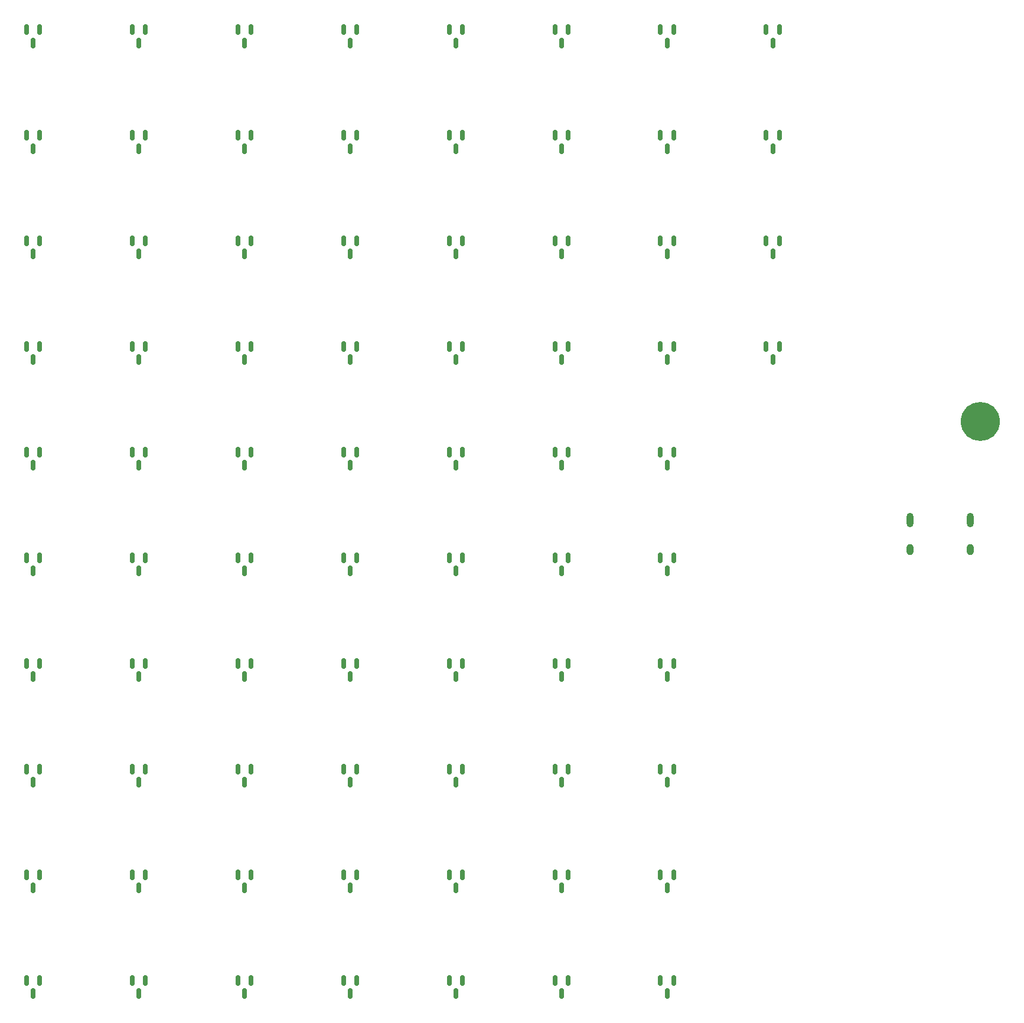
<source format=gbr>
%TF.GenerationSoftware,KiCad,Pcbnew,8.0.7*%
%TF.CreationDate,2024-12-29T17:24:51-05:00*%
%TF.ProjectId,HE75,48453735-2e6b-4696-9361-645f70636258,2.0.0*%
%TF.SameCoordinates,Original*%
%TF.FileFunction,Copper,L4,Bot*%
%TF.FilePolarity,Positive*%
%FSLAX46Y46*%
G04 Gerber Fmt 4.6, Leading zero omitted, Abs format (unit mm)*
G04 Created by KiCad (PCBNEW 8.0.7) date 2024-12-29 17:24:51*
%MOMM*%
%LPD*%
G01*
G04 APERTURE LIST*
G04 Aperture macros list*
%AMRoundRect*
0 Rectangle with rounded corners*
0 $1 Rounding radius*
0 $2 $3 $4 $5 $6 $7 $8 $9 X,Y pos of 4 corners*
0 Add a 4 corners polygon primitive as box body*
4,1,4,$2,$3,$4,$5,$6,$7,$8,$9,$2,$3,0*
0 Add four circle primitives for the rounded corners*
1,1,$1+$1,$2,$3*
1,1,$1+$1,$4,$5*
1,1,$1+$1,$6,$7*
1,1,$1+$1,$8,$9*
0 Add four rect primitives between the rounded corners*
20,1,$1+$1,$2,$3,$4,$5,0*
20,1,$1+$1,$4,$5,$6,$7,0*
20,1,$1+$1,$6,$7,$8,$9,0*
20,1,$1+$1,$8,$9,$2,$3,0*%
G04 Aperture macros list end*
%TA.AperFunction,SMDPad,CuDef*%
%ADD10RoundRect,0.150000X0.150000X-0.587500X0.150000X0.587500X-0.150000X0.587500X-0.150000X-0.587500X0*%
%TD*%
%TA.AperFunction,ComponentPad*%
%ADD11O,1.000000X2.100000*%
%TD*%
%TA.AperFunction,ComponentPad*%
%ADD12O,1.000000X1.600000*%
%TD*%
%TA.AperFunction,ComponentPad*%
%ADD13C,3.600000*%
%TD*%
%TA.AperFunction,ConnectorPad*%
%ADD14C,5.600000*%
%TD*%
G04 APERTURE END LIST*
D10*
%TO.P,U82,1,VCC*%
%TO.N,+3.3VA*%
X130342446Y113264971D03*
%TO.P,U82,2,OUTPUT*%
%TO.N,/AM2:12*%
X131292446Y111364971D03*
%TO.P,U82,3,GND*%
%TO.N,GND*%
X132242446Y113264971D03*
%TD*%
%TO.P,U81,1,VCC*%
%TO.N,+3.3VA*%
X130342446Y128414971D03*
%TO.P,U81,2,OUTPUT*%
%TO.N,/AM2:13*%
X131292446Y126514971D03*
%TO.P,U81,3,GND*%
%TO.N,GND*%
X132242446Y128414971D03*
%TD*%
%TO.P,U80,1,VCC*%
%TO.N,+3.3VA*%
X130342446Y143564971D03*
%TO.P,U80,2,OUTPUT*%
%TO.N,/AM1:14*%
X131292446Y141664971D03*
%TO.P,U80,3,GND*%
%TO.N,GND*%
X132242446Y143564971D03*
%TD*%
%TO.P,U79,1,VCC*%
%TO.N,+3.3VA*%
X130342446Y158714971D03*
%TO.P,U79,2,OUTPUT*%
%TO.N,/AM4:15*%
X131292446Y156814971D03*
%TO.P,U79,3,GND*%
%TO.N,GND*%
X132242446Y158714971D03*
%TD*%
%TO.P,U78,1,VCC*%
%TO.N,+3.3VA*%
X115192446Y22364971D03*
%TO.P,U78,2,OUTPUT*%
%TO.N,/AM4:14*%
X116142446Y20464971D03*
%TO.P,U78,3,GND*%
%TO.N,GND*%
X117092446Y22364971D03*
%TD*%
%TO.P,U77,1,VCC*%
%TO.N,+3.3VA*%
X115192446Y37514971D03*
%TO.P,U77,2,OUTPUT*%
%TO.N,/AM4:13*%
X116142446Y35614971D03*
%TO.P,U77,3,GND*%
%TO.N,GND*%
X117092446Y37514971D03*
%TD*%
%TO.P,U76,1,VCC*%
%TO.N,+3.3VA*%
X115192446Y52664971D03*
%TO.P,U76,2,OUTPUT*%
%TO.N,/AM4:12*%
X116142446Y50764971D03*
%TO.P,U76,3,GND*%
%TO.N,GND*%
X117092446Y52664971D03*
%TD*%
%TO.P,U75,1,VCC*%
%TO.N,+3.3VA*%
X115192446Y67814971D03*
%TO.P,U75,2,OUTPUT*%
%TO.N,/AM3:14*%
X116142446Y65914971D03*
%TO.P,U75,3,GND*%
%TO.N,GND*%
X117092446Y67814971D03*
%TD*%
%TO.P,U74,1,VCC*%
%TO.N,+3.3VA*%
X115192446Y82964971D03*
%TO.P,U74,2,OUTPUT*%
%TO.N,/AM3:13*%
X116142446Y81064971D03*
%TO.P,U74,3,GND*%
%TO.N,GND*%
X117092446Y82964971D03*
%TD*%
%TO.P,U73,1,VCC*%
%TO.N,+3.3VA*%
X115192446Y98114971D03*
%TO.P,U73,2,OUTPUT*%
%TO.N,/AM3:12*%
X116142446Y96214971D03*
%TO.P,U73,3,GND*%
%TO.N,GND*%
X117092446Y98114971D03*
%TD*%
%TO.P,U72,1,VCC*%
%TO.N,+3.3VA*%
X115192446Y113264971D03*
%TO.P,U72,2,OUTPUT*%
%TO.N,/AM2:14*%
X116142446Y111364971D03*
%TO.P,U72,3,GND*%
%TO.N,GND*%
X117092446Y113264971D03*
%TD*%
%TO.P,U71,1,VCC*%
%TO.N,+3.3VA*%
X115192446Y128414971D03*
%TO.P,U71,2,OUTPUT*%
%TO.N,/AM2:13*%
X116142446Y126514971D03*
%TO.P,U71,3,GND*%
%TO.N,GND*%
X117092446Y128414971D03*
%TD*%
%TO.P,U70,1,VCC*%
%TO.N,+3.3VA*%
X115192446Y143564971D03*
%TO.P,U70,2,OUTPUT*%
%TO.N,/AM2:12*%
X116142446Y141664971D03*
%TO.P,U70,3,GND*%
%TO.N,GND*%
X117092446Y143564971D03*
%TD*%
%TO.P,U69,1,VCC*%
%TO.N,+3.3VA*%
X115192446Y158714971D03*
%TO.P,U69,2,OUTPUT*%
%TO.N,/AM1:14*%
X116142446Y156814971D03*
%TO.P,U69,3,GND*%
%TO.N,GND*%
X117092446Y158714971D03*
%TD*%
%TO.P,U68,1,VCC*%
%TO.N,+3.3VA*%
X100042446Y22364971D03*
%TO.P,U68,2,OUTPUT*%
%TO.N,/AM1:13*%
X100992446Y20464971D03*
%TO.P,U68,3,GND*%
%TO.N,GND*%
X101942446Y22364971D03*
%TD*%
%TO.P,U67,1,VCC*%
%TO.N,+3.3VA*%
X100042446Y37514971D03*
%TO.P,U67,2,OUTPUT*%
%TO.N,/AM1:12*%
X100992446Y35614971D03*
%TO.P,U67,3,GND*%
%TO.N,GND*%
X101942446Y37514971D03*
%TD*%
%TO.P,U66,1,VCC*%
%TO.N,+3.3VA*%
X100042446Y52664971D03*
%TO.P,U66,2,OUTPUT*%
%TO.N,/AM0:14*%
X100992446Y50764971D03*
%TO.P,U66,3,GND*%
%TO.N,GND*%
X101942446Y52664971D03*
%TD*%
%TO.P,U65,1,VCC*%
%TO.N,+3.3VA*%
X100042446Y67814971D03*
%TO.P,U65,2,OUTPUT*%
%TO.N,/AM0:12*%
X100992446Y65914971D03*
%TO.P,U65,3,GND*%
%TO.N,GND*%
X101942446Y67814971D03*
%TD*%
%TO.P,U64,1,VCC*%
%TO.N,+3.3VA*%
X100042446Y82964971D03*
%TO.P,U64,2,OUTPUT*%
%TO.N,/AM4:11*%
X100992446Y81064971D03*
%TO.P,U64,3,GND*%
%TO.N,GND*%
X101942446Y82964971D03*
%TD*%
%TO.P,U63,1,VCC*%
%TO.N,+3.3VA*%
X100042446Y98114971D03*
%TO.P,U63,2,OUTPUT*%
%TO.N,/AM4:10*%
X100992446Y96214971D03*
%TO.P,U63,3,GND*%
%TO.N,GND*%
X101942446Y98114971D03*
%TD*%
%TO.P,U62,1,VCC*%
%TO.N,+3.3VA*%
X100042446Y113264971D03*
%TO.P,U62,2,OUTPUT*%
%TO.N,/AM4:09*%
X100992446Y111364971D03*
%TO.P,U62,3,GND*%
%TO.N,GND*%
X101942446Y113264971D03*
%TD*%
%TO.P,U61,1,VCC*%
%TO.N,+3.3VA*%
X100042446Y128414971D03*
%TO.P,U61,2,OUTPUT*%
%TO.N,/AM3:11*%
X100992446Y126514971D03*
%TO.P,U61,3,GND*%
%TO.N,GND*%
X101942446Y128414971D03*
%TD*%
%TO.P,U60,1,VCC*%
%TO.N,+3.3VA*%
X100042446Y143564971D03*
%TO.P,U60,2,OUTPUT*%
%TO.N,/AM3:10*%
X100992446Y141664971D03*
%TO.P,U60,3,GND*%
%TO.N,GND*%
X101942446Y143564971D03*
%TD*%
%TO.P,U59,1,VCC*%
%TO.N,+3.3VA*%
X100042446Y158714971D03*
%TO.P,U59,2,OUTPUT*%
%TO.N,/AM3:09*%
X100992446Y156814971D03*
%TO.P,U59,3,GND*%
%TO.N,GND*%
X101942446Y158714971D03*
%TD*%
%TO.P,U58,1,VCC*%
%TO.N,+3.3VA*%
X84892446Y22364971D03*
%TO.P,U58,2,OUTPUT*%
%TO.N,/AM2:11*%
X85842446Y20464971D03*
%TO.P,U58,3,GND*%
%TO.N,GND*%
X86792446Y22364971D03*
%TD*%
%TO.P,U57,1,VCC*%
%TO.N,+3.3VA*%
X84892446Y37514971D03*
%TO.P,U57,2,OUTPUT*%
%TO.N,/AM2:10*%
X85842446Y35614971D03*
%TO.P,U57,3,GND*%
%TO.N,GND*%
X86792446Y37514971D03*
%TD*%
%TO.P,U56,1,VCC*%
%TO.N,+3.3VA*%
X84892446Y52664971D03*
%TO.P,U56,2,OUTPUT*%
%TO.N,/AM2:09*%
X85842446Y50764971D03*
%TO.P,U56,3,GND*%
%TO.N,GND*%
X86792446Y52664971D03*
%TD*%
%TO.P,U55,1,VCC*%
%TO.N,+3.3VA*%
X84892446Y67814971D03*
%TO.P,U55,2,OUTPUT*%
%TO.N,/AM1:11*%
X85842446Y65914971D03*
%TO.P,U55,3,GND*%
%TO.N,GND*%
X86792446Y67814971D03*
%TD*%
%TO.P,U54,1,VCC*%
%TO.N,+3.3VA*%
X84892446Y82964971D03*
%TO.P,U54,2,OUTPUT*%
%TO.N,/AM1:10*%
X85842446Y81064971D03*
%TO.P,U54,3,GND*%
%TO.N,GND*%
X86792446Y82964971D03*
%TD*%
%TO.P,U53,1,VCC*%
%TO.N,+3.3VA*%
X84892446Y98114971D03*
%TO.P,U53,2,OUTPUT*%
%TO.N,/AM1:09*%
X85842446Y96214971D03*
%TO.P,U53,3,GND*%
%TO.N,GND*%
X86792446Y98114971D03*
%TD*%
%TO.P,U52,1,VCC*%
%TO.N,+3.3VA*%
X84892446Y113264971D03*
%TO.P,U52,2,OUTPUT*%
%TO.N,/AM0:11*%
X85842446Y111364971D03*
%TO.P,U52,3,GND*%
%TO.N,GND*%
X86792446Y113264971D03*
%TD*%
%TO.P,U51,1,VCC*%
%TO.N,+3.3VA*%
X84892446Y128414971D03*
%TO.P,U51,2,OUTPUT*%
%TO.N,/AM0:09*%
X85842446Y126514971D03*
%TO.P,U51,3,GND*%
%TO.N,GND*%
X86792446Y128414971D03*
%TD*%
%TO.P,U50,1,VCC*%
%TO.N,+3.3VA*%
X84892446Y143564971D03*
%TO.P,U50,2,OUTPUT*%
%TO.N,/AM4:08*%
X85842446Y141664971D03*
%TO.P,U50,3,GND*%
%TO.N,GND*%
X86792446Y143564971D03*
%TD*%
%TO.P,U49,1,VCC*%
%TO.N,+3.3VA*%
X84892446Y158714971D03*
%TO.P,U49,2,OUTPUT*%
%TO.N,/AM4:07*%
X85842446Y156814971D03*
%TO.P,U49,3,GND*%
%TO.N,GND*%
X86792446Y158714971D03*
%TD*%
%TO.P,U48,1,VCC*%
%TO.N,+3.3VA*%
X69742446Y22364971D03*
%TO.P,U48,2,OUTPUT*%
%TO.N,/AM4:06*%
X70692446Y20464971D03*
%TO.P,U48,3,GND*%
%TO.N,GND*%
X71642446Y22364971D03*
%TD*%
%TO.P,U47,1,VCC*%
%TO.N,+3.3VA*%
X69742446Y37514971D03*
%TO.P,U47,2,OUTPUT*%
%TO.N,/AM3:08*%
X70692446Y35614971D03*
%TO.P,U47,3,GND*%
%TO.N,GND*%
X71642446Y37514971D03*
%TD*%
%TO.P,U46,1,VCC*%
%TO.N,+3.3VA*%
X69742446Y52664971D03*
%TO.P,U46,2,OUTPUT*%
%TO.N,/AM3:07*%
X70692446Y50764971D03*
%TO.P,U46,3,GND*%
%TO.N,GND*%
X71642446Y52664971D03*
%TD*%
%TO.P,U45,1,VCC*%
%TO.N,+3.3VA*%
X69742446Y67814971D03*
%TO.P,U45,2,OUTPUT*%
%TO.N,/AM3:06*%
X70692446Y65914971D03*
%TO.P,U45,3,GND*%
%TO.N,GND*%
X71642446Y67814971D03*
%TD*%
%TO.P,U44,1,VCC*%
%TO.N,+3.3VA*%
X69742446Y82964971D03*
%TO.P,U44,2,OUTPUT*%
%TO.N,/AM2:08*%
X70692446Y81064971D03*
%TO.P,U44,3,GND*%
%TO.N,GND*%
X71642446Y82964971D03*
%TD*%
%TO.P,U43,1,VCC*%
%TO.N,+3.3VA*%
X69742446Y98114971D03*
%TO.P,U43,2,OUTPUT*%
%TO.N,/AM2:07*%
X70692446Y96214971D03*
%TO.P,U43,3,GND*%
%TO.N,GND*%
X71642446Y98114971D03*
%TD*%
%TO.P,U42,1,VCC*%
%TO.N,+3.3VA*%
X69742446Y113264971D03*
%TO.P,U42,2,OUTPUT*%
%TO.N,/AM2:06*%
X70692446Y111364971D03*
%TO.P,U42,3,GND*%
%TO.N,GND*%
X71642446Y113264971D03*
%TD*%
%TO.P,U41,1,VCC*%
%TO.N,+3.3VA*%
X69742446Y128414971D03*
%TO.P,U41,2,OUTPUT*%
%TO.N,/AM1:08*%
X70692446Y126514971D03*
%TO.P,U41,3,GND*%
%TO.N,GND*%
X71642446Y128414971D03*
%TD*%
%TO.P,U40,1,VCC*%
%TO.N,+3.3VA*%
X69742446Y143564971D03*
%TO.P,U40,2,OUTPUT*%
%TO.N,/AM1:07*%
X70692446Y141664971D03*
%TO.P,U40,3,GND*%
%TO.N,GND*%
X71642446Y143564971D03*
%TD*%
%TO.P,U39,1,VCC*%
%TO.N,+3.3VA*%
X69742446Y158714971D03*
%TO.P,U39,2,OUTPUT*%
%TO.N,/AM1:06*%
X70692446Y156814971D03*
%TO.P,U39,3,GND*%
%TO.N,GND*%
X71642446Y158714971D03*
%TD*%
%TO.P,U38,1,VCC*%
%TO.N,+3.3VA*%
X54592446Y22364971D03*
%TO.P,U38,2,OUTPUT*%
%TO.N,/AM0:08*%
X55542446Y20464971D03*
%TO.P,U38,3,GND*%
%TO.N,GND*%
X56492446Y22364971D03*
%TD*%
%TO.P,U37,1,VCC*%
%TO.N,+3.3VA*%
X54592446Y37514971D03*
%TO.P,U37,2,OUTPUT*%
%TO.N,/AM0:06*%
X55542446Y35614971D03*
%TO.P,U37,3,GND*%
%TO.N,GND*%
X56492446Y37514971D03*
%TD*%
%TO.P,U36,1,VCC*%
%TO.N,+3.3VA*%
X54592446Y52664971D03*
%TO.P,U36,2,OUTPUT*%
%TO.N,/AM4:05*%
X55542446Y50764971D03*
%TO.P,U36,3,GND*%
%TO.N,GND*%
X56492446Y52664971D03*
%TD*%
%TO.P,U35,1,VCC*%
%TO.N,+3.3VA*%
X54592446Y67814971D03*
%TO.P,U35,2,OUTPUT*%
%TO.N,/AM4:04*%
X55542446Y65914971D03*
%TO.P,U35,3,GND*%
%TO.N,GND*%
X56492446Y67814971D03*
%TD*%
%TO.P,U34,1,VCC*%
%TO.N,+3.3VA*%
X54592446Y82964971D03*
%TO.P,U34,2,OUTPUT*%
%TO.N,/AM4:03*%
X55542446Y81064971D03*
%TO.P,U34,3,GND*%
%TO.N,GND*%
X56492446Y82964971D03*
%TD*%
%TO.P,U33,1,VCC*%
%TO.N,+3.3VA*%
X54592446Y98114971D03*
%TO.P,U33,2,OUTPUT*%
%TO.N,/AM3:05*%
X55542446Y96214971D03*
%TO.P,U33,3,GND*%
%TO.N,GND*%
X56492446Y98114971D03*
%TD*%
%TO.P,U32,1,VCC*%
%TO.N,+3.3VA*%
X54592446Y113264971D03*
%TO.P,U32,2,OUTPUT*%
%TO.N,/AM3:04*%
X55542446Y111364971D03*
%TO.P,U32,3,GND*%
%TO.N,GND*%
X56492446Y113264971D03*
%TD*%
%TO.P,U31,1,VCC*%
%TO.N,+3.3VA*%
X54592446Y128414971D03*
%TO.P,U31,2,OUTPUT*%
%TO.N,/AM3:03*%
X55542446Y126514971D03*
%TO.P,U31,3,GND*%
%TO.N,GND*%
X56492446Y128414971D03*
%TD*%
%TO.P,U30,1,VCC*%
%TO.N,+3.3VA*%
X54592446Y143564971D03*
%TO.P,U30,2,OUTPUT*%
%TO.N,/AM2:05*%
X55542446Y141664971D03*
%TO.P,U30,3,GND*%
%TO.N,GND*%
X56492446Y143564971D03*
%TD*%
%TO.P,U29,1,VCC*%
%TO.N,+3.3VA*%
X54592446Y158714971D03*
%TO.P,U29,2,OUTPUT*%
%TO.N,/AM2:04*%
X55542446Y156814971D03*
%TO.P,U29,3,GND*%
%TO.N,GND*%
X56492446Y158714971D03*
%TD*%
%TO.P,U28,1,VCC*%
%TO.N,+3.3VA*%
X39442446Y22364971D03*
%TO.P,U28,2,OUTPUT*%
%TO.N,/AM2:03*%
X40392446Y20464971D03*
%TO.P,U28,3,GND*%
%TO.N,GND*%
X41342446Y22364971D03*
%TD*%
%TO.P,U27,1,VCC*%
%TO.N,+3.3VA*%
X39442446Y37514971D03*
%TO.P,U27,2,OUTPUT*%
%TO.N,/AM1:05*%
X40392446Y35614971D03*
%TO.P,U27,3,GND*%
%TO.N,GND*%
X41342446Y37514971D03*
%TD*%
%TO.P,U26,1,VCC*%
%TO.N,+3.3VA*%
X39442446Y52664971D03*
%TO.P,U26,2,OUTPUT*%
%TO.N,/AM1:04*%
X40392446Y50764971D03*
%TO.P,U26,3,GND*%
%TO.N,GND*%
X41342446Y52664971D03*
%TD*%
%TO.P,U25,1,VCC*%
%TO.N,+3.3VA*%
X39442446Y67814971D03*
%TO.P,U25,2,OUTPUT*%
%TO.N,/AM1:03*%
X40392446Y65914971D03*
%TO.P,U25,3,GND*%
%TO.N,GND*%
X41342446Y67814971D03*
%TD*%
%TO.P,U24,1,VCC*%
%TO.N,+3.3VA*%
X39442446Y82964971D03*
%TO.P,U24,2,OUTPUT*%
%TO.N,/AM0:05*%
X40392446Y81064971D03*
%TO.P,U24,3,GND*%
%TO.N,GND*%
X41342446Y82964971D03*
%TD*%
%TO.P,U23,1,VCC*%
%TO.N,+3.3VA*%
X39442446Y98114971D03*
%TO.P,U23,2,OUTPUT*%
%TO.N,/AM0:03*%
X40392446Y96214971D03*
%TO.P,U23,3,GND*%
%TO.N,GND*%
X41342446Y98114971D03*
%TD*%
%TO.P,U22,1,VCC*%
%TO.N,+3.3VA*%
X39442446Y113264971D03*
%TO.P,U22,2,OUTPUT*%
%TO.N,/AM4:02*%
X40392446Y111364971D03*
%TO.P,U22,3,GND*%
%TO.N,GND*%
X41342446Y113264971D03*
%TD*%
%TO.P,U21,1,VCC*%
%TO.N,+3.3VA*%
X39442446Y128414971D03*
%TO.P,U21,2,OUTPUT*%
%TO.N,/AM4:01*%
X40392446Y126514971D03*
%TO.P,U21,3,GND*%
%TO.N,GND*%
X41342446Y128414971D03*
%TD*%
%TO.P,U20,1,VCC*%
%TO.N,+3.3VA*%
X39442446Y143564971D03*
%TO.P,U20,2,OUTPUT*%
%TO.N,/AM4:00*%
X40392446Y141664971D03*
%TO.P,U20,3,GND*%
%TO.N,GND*%
X41342446Y143564971D03*
%TD*%
%TO.P,U19,1,VCC*%
%TO.N,+3.3VA*%
X39442446Y158714971D03*
%TO.P,U19,2,OUTPUT*%
%TO.N,/AM3:02*%
X40392446Y156814971D03*
%TO.P,U19,3,GND*%
%TO.N,GND*%
X41342446Y158714971D03*
%TD*%
%TO.P,U18,1,VCC*%
%TO.N,+3.3VA*%
X24292446Y22364971D03*
%TO.P,U18,2,OUTPUT*%
%TO.N,/AM3:01*%
X25242446Y20464971D03*
%TO.P,U18,3,GND*%
%TO.N,GND*%
X26192446Y22364971D03*
%TD*%
%TO.P,U17,1,VCC*%
%TO.N,+3.3VA*%
X24292446Y37514971D03*
%TO.P,U17,2,OUTPUT*%
%TO.N,/AM3:00*%
X25242446Y35614971D03*
%TO.P,U17,3,GND*%
%TO.N,GND*%
X26192446Y37514971D03*
%TD*%
%TO.P,U16,1,VCC*%
%TO.N,+3.3VA*%
X24292446Y52664971D03*
%TO.P,U16,2,OUTPUT*%
%TO.N,/AM2:02*%
X25242446Y50764971D03*
%TO.P,U16,3,GND*%
%TO.N,GND*%
X26192446Y52664971D03*
%TD*%
%TO.P,U15,1,VCC*%
%TO.N,+3.3VA*%
X24292446Y67814971D03*
%TO.P,U15,2,OUTPUT*%
%TO.N,/AM2:01*%
X25242446Y65914971D03*
%TO.P,U15,3,GND*%
%TO.N,GND*%
X26192446Y67814971D03*
%TD*%
%TO.P,U14,1,VCC*%
%TO.N,+3.3VA*%
X24292446Y82964971D03*
%TO.P,U14,2,OUTPUT*%
%TO.N,/AM2:00*%
X25242446Y81064971D03*
%TO.P,U14,3,GND*%
%TO.N,GND*%
X26192446Y82964971D03*
%TD*%
%TO.P,U13,1,VCC*%
%TO.N,+3.3VA*%
X24292446Y98114971D03*
%TO.P,U13,2,OUTPUT*%
%TO.N,/AM1:02*%
X25242446Y96214971D03*
%TO.P,U13,3,GND*%
%TO.N,GND*%
X26192446Y98114971D03*
%TD*%
%TO.P,U12,1,VCC*%
%TO.N,+3.3VA*%
X24292446Y113264971D03*
%TO.P,U12,2,OUTPUT*%
%TO.N,/AM1:01*%
X25242446Y111364971D03*
%TO.P,U12,3,GND*%
%TO.N,GND*%
X26192446Y113264971D03*
%TD*%
%TO.P,U11,1,VCC*%
%TO.N,+3.3VA*%
X24292446Y128414971D03*
%TO.P,U11,2,OUTPUT*%
%TO.N,/AM1:00*%
X25242446Y126514971D03*
%TO.P,U11,3,GND*%
%TO.N,GND*%
X26192446Y128414971D03*
%TD*%
%TO.P,U10,1,VCC*%
%TO.N,+3.3VA*%
X24292446Y143564971D03*
%TO.P,U10,2,OUTPUT*%
%TO.N,/AM0:02*%
X25242446Y141664971D03*
%TO.P,U10,3,GND*%
%TO.N,GND*%
X26192446Y143564971D03*
%TD*%
%TO.P,U9,1,VCC*%
%TO.N,+3.3VA*%
X24292446Y158714971D03*
%TO.P,U9,2,OUTPUT*%
%TO.N,/AM0:00*%
X25242446Y156814971D03*
%TO.P,U9,3,GND*%
%TO.N,GND*%
X26192446Y158714971D03*
%TD*%
D11*
%TO.P,J1,S1,SHIELD*%
%TO.N,GNDPWR*%
X150942446Y88344971D03*
D12*
X150942446Y84164971D03*
D11*
X159582446Y88344971D03*
D12*
X159582446Y84164971D03*
%TD*%
D13*
%TO.P,H1,1,1*%
%TO.N,GNDPWR*%
X161012446Y102494971D03*
D14*
X161012446Y102494971D03*
%TD*%
M02*

</source>
